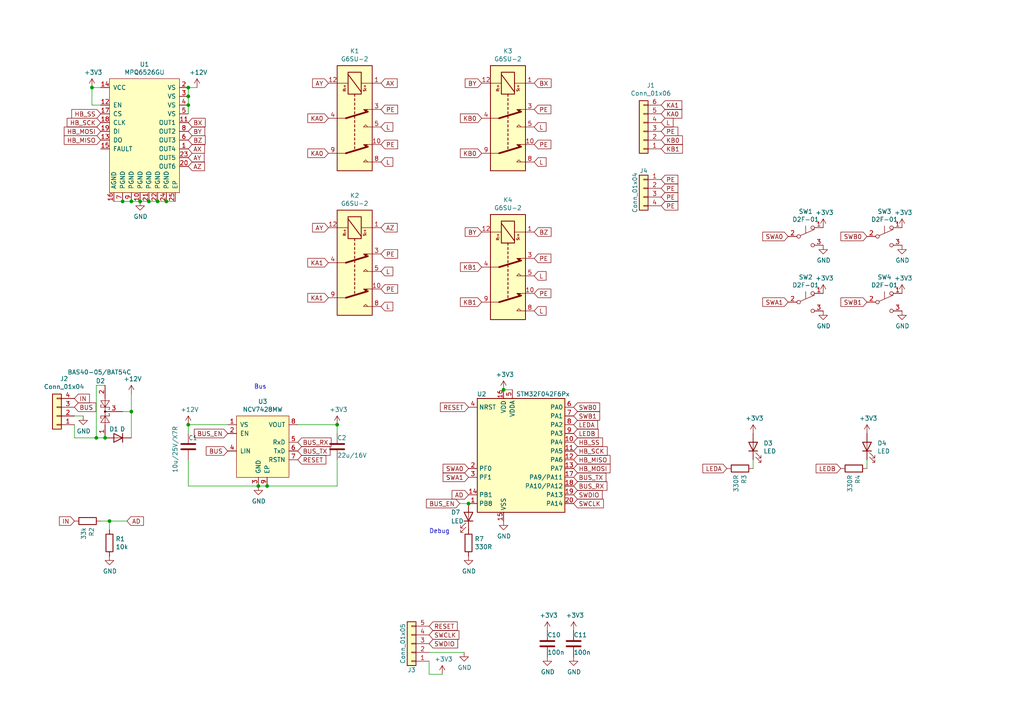
<source format=kicad_sch>
(kicad_sch (version 20211123) (generator eeschema)
  (paper "A4")
  (lib_symbols
    (symbol "Connector_Generic:Conn_01x04" (pin_names (offset 1.016) hide)
      (property "Reference" "J" (at 0 5.08 0))
      (property "Value" "Conn_01x04" (at 0 -7.62 0))
      (symbol "Conn_01x04_1_1"
        (rectangle (start -1.27 -4.953) (end 0 -5.207) (stroke (width 0.1524)))
        (rectangle (start -1.27 -2.413) (end 0 -2.667) (stroke (width 0.1524)))
        (rectangle (start -1.27 0.127) (end 0 -0.127) (stroke (width 0.1524)))
        (rectangle (start -1.27 2.667) (end 0 2.413) (stroke (width 0.1524)))
        (rectangle (start -1.27 3.81) (end 1.27 -6.35) (stroke (width 0.254)) (fill (type background)))
        (pin passive line (at -5.08 2.54 0) (length 3.81) (name "Pin_1") (number "1"))
        (pin passive line (at -5.08 0 0) (length 3.81) (name "Pin_2") (number "2"))
        (pin passive line (at -5.08 -2.54 0) (length 3.81) (name "Pin_3") (number "3"))
        (pin passive line (at -5.08 -5.08 0) (length 3.81) (name "Pin_4") (number "4"))
      )
    )
    (symbol "Connector_Generic:Conn_01x05" (pin_names (offset 1.016) hide)
      (property "Reference" "J" (at 0 7.62 0))
      (property "Value" "Conn_01x05" (at 0 -7.62 0))
      (symbol "Conn_01x05_1_1"
        (rectangle (start -1.27 -4.953) (end 0 -5.207) (stroke (width 0.1524)))
        (rectangle (start -1.27 -2.413) (end 0 -2.667) (stroke (width 0.1524)))
        (rectangle (start -1.27 0.127) (end 0 -0.127) (stroke (width 0.1524)))
        (rectangle (start -1.27 2.667) (end 0 2.413) (stroke (width 0.1524)))
        (rectangle (start -1.27 5.207) (end 0 4.953) (stroke (width 0.1524)))
        (rectangle (start -1.27 6.35) (end 1.27 -6.35) (stroke (width 0.254)) (fill (type background)))
        (pin passive line (at -5.08 5.08 0) (length 3.81) (name "Pin_1") (number "1"))
        (pin passive line (at -5.08 2.54 0) (length 3.81) (name "Pin_2") (number "2"))
        (pin passive line (at -5.08 0 0) (length 3.81) (name "Pin_3") (number "3"))
        (pin passive line (at -5.08 -2.54 0) (length 3.81) (name "Pin_4") (number "4"))
        (pin passive line (at -5.08 -5.08 0) (length 3.81) (name "Pin_5") (number "5"))
      )
    )
    (symbol "Connector_Generic:Conn_01x06" (pin_names (offset 1.016) hide)
      (property "Reference" "J" (at 0 7.62 0))
      (property "Value" "Conn_01x06" (at 0 -10.16 0))
      (symbol "Conn_01x06_1_1"
        (rectangle (start -1.27 -7.493) (end 0 -7.747) (stroke (width 0.1524)))
        (rectangle (start -1.27 -4.953) (end 0 -5.207) (stroke (width 0.1524)))
        (rectangle (start -1.27 -2.413) (end 0 -2.667) (stroke (width 0.1524)))
        (rectangle (start -1.27 0.127) (end 0 -0.127) (stroke (width 0.1524)))
        (rectangle (start -1.27 2.667) (end 0 2.413) (stroke (width 0.1524)))
        (rectangle (start -1.27 5.207) (end 0 4.953) (stroke (width 0.1524)))
        (rectangle (start -1.27 6.35) (end 1.27 -8.89) (stroke (width 0.254)) (fill (type background)))
        (pin passive line (at -5.08 5.08 0) (length 3.81) (name "Pin_1") (number "1"))
        (pin passive line (at -5.08 2.54 0) (length 3.81) (name "Pin_2") (number "2"))
        (pin passive line (at -5.08 0 0) (length 3.81) (name "Pin_3") (number "3"))
        (pin passive line (at -5.08 -2.54 0) (length 3.81) (name "Pin_4") (number "4"))
        (pin passive line (at -5.08 -5.08 0) (length 3.81) (name "Pin_5") (number "5"))
        (pin passive line (at -5.08 -7.62 0) (length 3.81) (name "Pin_6") (number "6"))
      )
    )
    (symbol "Device:C" (pin_numbers hide) (pin_names (offset 0.254))
      (property "Reference" "C" (at 0.635 2.54 0))
      (property "Value" "C" (at 0.635 -2.54 0))
      (symbol "C_0_1"
        (polyline (pts (xy -2.032 -0.762) (xy 2.032 -0.762)) (stroke (width 0.508)))
        (polyline (pts (xy -2.032 0.762) (xy 2.032 0.762)) (stroke (width 0.508)))
      )
      (symbol "C_1_1"
        (pin passive line (at 0 3.81 270) (length 2.794) (name "~") (number "1"))
        (pin passive line (at 0 -3.81 90) (length 2.794) (name "~") (number "2"))
      )
    )
    (symbol "Device:D" (pin_numbers hide) (pin_names (offset 1.016) hide)
      (property "Reference" "D" (at 0 2.54 0))
      (property "Value" "D" (at 0 -2.54 0))
      (symbol "D_0_1"
        (polyline (pts (xy -1.27 1.27) (xy -1.27 -1.27)) (stroke (width 0.254)))
        (polyline (pts (xy 1.27 0) (xy -1.27 0)))
        (polyline (pts (xy 1.27 1.27) (xy 1.27 -1.27) (xy -1.27 0) (xy 1.27 1.27)) (stroke (width 0.254)))
      )
      (symbol "D_1_1"
        (pin passive line (at -3.81 0 0) (length 2.54) (name "K") (number "1"))
        (pin passive line (at 3.81 0 180) (length 2.54) (name "A") (number "2"))
      )
    )
    (symbol "Device:LED" (pin_numbers hide) (pin_names (offset 1.016) hide)
      (property "Reference" "D" (at 0 2.54 0))
      (property "Value" "LED" (at 0 -2.54 0))
      (symbol "LED_0_1"
        (polyline (pts (xy -1.27 -1.27) (xy -1.27 1.27)) (stroke (width 0.254)))
        (polyline (pts (xy -1.27 0) (xy 1.27 0)))
        (polyline (pts (xy 1.27 -1.27) (xy 1.27 1.27) (xy -1.27 0) (xy 1.27 -1.27)) (stroke (width 0.254)))
        (polyline (pts (xy -3.048 -0.762) (xy -4.572 -2.286) (xy -3.81 -2.286) (xy -4.572 -2.286) (xy -4.572 -1.524)))
        (polyline (pts (xy -1.778 -0.762) (xy -3.302 -2.286) (xy -2.54 -2.286) (xy -3.302 -2.286) (xy -3.302 -1.524)))
      )
      (symbol "LED_1_1"
        (pin passive line (at -3.81 0 0) (length 2.54) (name "K") (number "1"))
        (pin passive line (at 3.81 0 180) (length 2.54) (name "A") (number "2"))
      )
    )
    (symbol "Device:R" (pin_numbers hide) (pin_names (offset 0))
      (property "Reference" "R" (at 2.032 0 90))
      (property "Value" "R" (at 0 0 90))
      (symbol "R_0_1"
        (rectangle (start -1.016 -2.54) (end 1.016 2.54) (stroke (width 0.254)))
      )
      (symbol "R_1_1"
        (pin passive line (at 0 3.81 270) (length 1.27) (name "~") (number "1"))
        (pin passive line (at 0 -3.81 90) (length 1.27) (name "~") (number "2"))
      )
    )
    (symbol "Diode:BAT54C" (pin_names (offset 1.016))
      (property "Reference" "D" (at 0.635 -3.81 0))
      (property "Value" "BAT54C" (at -6.35 3.175 0))
      (symbol "BAT54C_0_1"
        (polyline (pts (xy -1.905 0) (xy 1.905 0)))
        (polyline (pts (xy -1.905 1.27) (xy -1.905 1.016)))
        (polyline (pts (xy -1.27 -1.27) (xy -0.635 -1.27)))
        (polyline (pts (xy -1.27 0) (xy -3.81 0)))
        (polyline (pts (xy -1.27 1.27) (xy -1.905 1.27)))
        (polyline (pts (xy -1.27 1.27) (xy -1.27 -1.27)))
        (polyline (pts (xy -0.635 -1.27) (xy -0.635 -1.016)))
        (polyline (pts (xy 0.635 -1.27) (xy 0.635 -1.016)))
        (polyline (pts (xy 1.27 -1.27) (xy 0.635 -1.27)))
        (polyline (pts (xy 1.27 1.27) (xy 1.27 -1.27)))
        (polyline (pts (xy 1.27 1.27) (xy 1.905 1.27)))
        (polyline (pts (xy 1.905 1.27) (xy 1.905 1.016)))
        (polyline (pts (xy 3.81 0) (xy 1.27 0)))
        (polyline (pts (xy -3.175 -1.27) (xy -3.175 1.27) (xy -1.27 0) (xy -3.175 -1.27)))
        (polyline (pts (xy 3.175 -1.27) (xy 3.175 1.27) (xy 1.27 0) (xy 3.175 -1.27)))
        (circle (center 0 0) (radius 0.254) (fill (type outline)))
      )
      (symbol "BAT54C_1_1"
        (pin passive line (at -7.62 0 0) (length 3.81) (name "~") (number "1"))
        (pin passive line (at 7.62 0 180) (length 3.81) (name "~") (number "2"))
        (pin passive line (at 0 -5.08 90) (length 5.08) (name "~") (number "3"))
      )
    )
    (symbol "MCU_ST_STM32F0:STM32F042F6Px"
      (property "Reference" "U" (at -12.7 16.51 0))
      (property "Value" "STM32F042F6Px" (at 0 16.51 0))
      (symbol "STM32F042F6Px_0_1"
        (rectangle (start -12.7 -17.78) (end 12.7 15.24) (stroke (width 0.254)) (fill (type background)))
      )
      (symbol "STM32F042F6Px_1_1"
        (pin bidirectional line (at -15.24 -15.24 0) (length 2.54) (name "PB8") (number "1"))
        (pin bidirectional line (at 15.24 2.54 180) (length 2.54) (name "PA4") (number "10"))
        (pin bidirectional line (at 15.24 0 180) (length 2.54) (name "PA5") (number "11"))
        (pin bidirectional line (at 15.24 -2.54 180) (length 2.54) (name "PA6") (number "12"))
        (pin bidirectional line (at 15.24 -5.08 180) (length 2.54) (name "PA7") (number "13"))
        (pin bidirectional line (at -15.24 -12.7 0) (length 2.54) (name "PB1") (number "14"))
        (pin power_in line (at -5.08 -20.32 90) (length 2.54) (name "VSS") (number "15"))
        (pin power_in line (at -5.08 17.78 270) (length 2.54) (name "VDD") (number "16"))
        (pin bidirectional line (at 15.24 -7.62 180) (length 2.54) (name "PA9/PA11") (number "17"))
        (pin bidirectional line (at 15.24 -10.16 180) (length 2.54) (name "PA10/PA12") (number "18"))
        (pin bidirectional line (at 15.24 -12.7 180) (length 2.54) (name "PA13") (number "19"))
        (pin input line (at -15.24 -5.08 0) (length 2.54) (name "PF0") (number "2"))
        (pin bidirectional line (at 15.24 -15.24 180) (length 2.54) (name "PA14") (number "20"))
        (pin input line (at -15.24 -7.62 0) (length 2.54) (name "PF1") (number "3"))
        (pin input line (at -15.24 12.7 0) (length 2.54) (name "NRST") (number "4"))
        (pin power_in line (at -2.54 17.78 270) (length 2.54) (name "VDDA") (number "5"))
        (pin bidirectional line (at 15.24 12.7 180) (length 2.54) (name "PA0") (number "6"))
        (pin bidirectional line (at 15.24 10.16 180) (length 2.54) (name "PA1") (number "7"))
        (pin bidirectional line (at 15.24 7.62 180) (length 2.54) (name "PA2") (number "8"))
        (pin bidirectional line (at 15.24 5.08 180) (length 2.54) (name "PA3") (number "9"))
      )
    )
    (symbol "Relay:G6SU-2"
      (property "Reference" "K" (at 16.51 3.81 0))
      (property "Value" "G6SU-2" (at 16.51 1.27 0))
      (symbol "G6SU-2_0_0"
        (text "R:+" (at -8.763 -2.921 0) (effects (font (size 0.762 0.762))))
        (text "S:+" (at -8.763 2.921 0) (effects (font (size 0.762 0.762))))
      )
      (symbol "G6SU-2_0_1"
        (rectangle (start -15.24 5.08) (end 15.24 -5.08) (stroke (width 0.254)) (fill (type background)))
        (rectangle (start -13.335 1.905) (end -6.985 -1.905) (stroke (width 0.254)))
        (polyline (pts (xy -12.7 -1.905) (xy -7.62 1.905)) (stroke (width 0.254)))
        (polyline (pts (xy -10.16 -5.08) (xy -10.16 -1.905)))
        (polyline (pts (xy -10.16 5.08) (xy -10.16 1.905)))
        (polyline (pts (xy -6.985 0) (xy -6.35 0)) (stroke (width 0.254)))
        (polyline (pts (xy -5.715 0) (xy -5.08 0)) (stroke (width 0.254)))
        (polyline (pts (xy -4.445 0) (xy -3.81 0)) (stroke (width 0.254)))
        (polyline (pts (xy -3.175 0) (xy -2.54 0)) (stroke (width 0.254)))
        (polyline (pts (xy -1.905 0) (xy -1.27 0)) (stroke (width 0.254)))
        (polyline (pts (xy -0.635 0) (xy 0 0)) (stroke (width 0.254)))
        (polyline (pts (xy 0 -2.54) (xy -1.905 3.81)) (stroke (width 0.508)))
        (polyline (pts (xy 0 -2.54) (xy 0 -5.08)))
        (polyline (pts (xy 0.635 0) (xy 1.27 0)) (stroke (width 0.254)))
        (polyline (pts (xy 1.905 0) (xy 2.54 0)) (stroke (width 0.254)))
        (polyline (pts (xy 3.175 0) (xy 3.81 0)) (stroke (width 0.254)))
        (polyline (pts (xy 4.445 0) (xy 5.08 0)) (stroke (width 0.254)))
        (polyline (pts (xy 5.715 0) (xy 6.35 0)) (stroke (width 0.254)))
        (polyline (pts (xy 6.985 0) (xy 7.62 0)) (stroke (width 0.254)))
        (polyline (pts (xy 8.255 0) (xy 8.89 0)) (stroke (width 0.254)))
        (polyline (pts (xy 10.16 -2.54) (xy 8.255 3.81)) (stroke (width 0.508)))
        (polyline (pts (xy 10.16 -2.54) (xy 10.16 -5.08)))
        (polyline (pts (xy -2.54 5.08) (xy -2.54 2.54) (xy -1.905 3.175) (xy -2.54 3.81)) (fill (type outline)))
        (polyline (pts (xy 2.54 5.08) (xy 2.54 2.54) (xy 1.905 3.175) (xy 2.54 3.81)))
        (polyline (pts (xy 7.62 5.08) (xy 7.62 2.54) (xy 8.255 3.175) (xy 7.62 3.81)) (fill (type outline)))
        (polyline (pts (xy 12.7 5.08) (xy 12.7 2.54) (xy 12.065 3.175) (xy 12.7 3.81)))
      )
      (symbol "G6SU-2_1_1"
        (pin passive line (at -10.16 7.62 270) (length 2.54) (name "~") (number "1"))
        (pin passive line (at 7.62 7.62 270) (length 2.54) (name "~") (number "10"))
        (pin passive line (at -10.16 -7.62 90) (length 2.54) (name "~") (number "12"))
        (pin passive line (at -2.54 7.62 270) (length 2.54) (name "~") (number "3"))
        (pin passive line (at 0 -7.62 90) (length 2.54) (name "~") (number "4"))
        (pin passive line (at 2.54 7.62 270) (length 2.54) (name "~") (number "5"))
        (pin passive line (at 12.7 7.62 270) (length 2.54) (name "~") (number "8"))
        (pin passive line (at 10.16 -7.62 90) (length 2.54) (name "~") (number "9"))
      )
    )
    (symbol "RoomControl:MPQ6526" (pin_names (offset 1.016))
      (property "Reference" "U" (at -8.89 19.05 0))
      (property "Value" "MPQ6526" (at 5.08 19.05 0))
      (symbol "MPQ6526_0_1"
        (rectangle (start -10.16 17.78) (end 10.16 -15.24) (fill (type background)))
      )
      (symbol "MPQ6526_1_1"
        (pin output line (at 12.7 -2.54 180) (length 2.54) (name "OUT4") (number "1"))
        (pin power_in line (at -1.27 -17.78 90) (length 2.54) (name "PGND") (number "10"))
        (pin output line (at 12.7 5.08 180) (length 2.54) (name "OUT1") (number "11"))
        (pin input line (at -12.7 10.16 0) (length 2.54) (name "EN") (number "12"))
        (pin output line (at -12.7 0 0) (length 2.54) (name "DO") (number "13"))
        (pin power_in line (at -12.7 15.24 0) (length 2.54) (name "VCC") (number "14"))
        (pin open_collector line (at -12.7 -2.54 0) (length 2.54) (name "FAULT") (number "15"))
        (pin power_in line (at -8.89 -17.78 90) (length 2.54) (name "AGND") (number "16"))
        (pin input line (at -12.7 7.62 0) (length 2.54) (name "CS") (number "17"))
        (pin input line (at -12.7 5.08 0) (length 2.54) (name "CLK") (number "18"))
        (pin input line (at -12.7 2.54 0) (length 2.54) (name "DI") (number "19"))
        (pin power_in line (at 12.7 15.24 180) (length 2.54) (name "VS") (number "2"))
        (pin output line (at 12.7 -7.62 180) (length 2.54) (name "OUT6") (number "20"))
        (pin power_in line (at 1.27 -17.78 90) (length 2.54) (name "PGND") (number "21"))
        (pin power_in line (at 3.81 -17.78 90) (length 2.54) (name "PGND") (number "22"))
        (pin output line (at 12.7 -5.08 180) (length 2.54) (name "OUT5") (number "23"))
        (pin power_in line (at 6.35 -17.78 90) (length 2.54) (name "PGND") (number "24"))
        (pin free line (at 8.89 -17.78 90) (length 2.54) (name "EP") (number "25"))
        (pin power_in line (at 12.7 12.7 180) (length 2.54) (name "VS") (number "3"))
        (pin power_in line (at 12.7 10.16 180) (length 2.54) (name "VS") (number "4"))
        (pin power_in line (at 12.7 7.62 180) (length 2.54) (name "VS") (number "5"))
        (pin output line (at 12.7 0 180) (length 2.54) (name "OUT3") (number "6"))
        (pin power_in line (at -6.35 -17.78 90) (length 2.54) (name "PGND") (number "7"))
        (pin output line (at 12.7 2.54 180) (length 2.54) (name "OUT2") (number "8"))
        (pin power_in line (at -3.81 -17.78 90) (length 2.54) (name "PGND") (number "9"))
      )
    )
    (symbol "RoomControl:NCV7428MW" (pin_names (offset 1.016))
      (property "Reference" "U" (at -6.35 11.43 0))
      (property "Value" "NCV7428MW" (at 3.81 11.43 0))
      (symbol "NCV7428MW_0_1"
        (rectangle (start -7.62 10.16) (end 7.62 -7.62) (fill (type background)))
      )
      (symbol "NCV7428MW_1_1"
        (pin power_in line (at -10.16 7.62 0) (length 2.54) (name "VS") (number "1"))
        (pin input line (at -10.16 5.08 0) (length 2.54) (name "EN") (number "2"))
        (pin power_in line (at -1.27 -10.16 90) (length 2.54) (name "GND") (number "3"))
        (pin bidirectional line (at -10.16 0 0) (length 2.54) (name "LIN") (number "4"))
        (pin output line (at 10.16 2.54 180) (length 2.54) (name "RxD") (number "5"))
        (pin input line (at 10.16 0 180) (length 2.54) (name "TxD") (number "6"))
        (pin open_collector line (at 10.16 -2.54 180) (length 2.54) (name "RSTN") (number "7"))
        (pin power_in line (at 10.16 7.62 180) (length 2.54) (name "VOUT") (number "8"))
        (pin free line (at 1.27 -10.16 90) (length 2.54) (name "EP") (number "9"))
      )
    )
    (symbol "Switch:SW_Push_SPDT" (pin_names (offset 0) hide)
      (property "Reference" "SW" (at 0 4.318 0))
      (property "Value" "SW_Push_SPDT" (at 0 -5.08 0))
      (symbol "SW_Push_SPDT_0_0"
        (circle (center -2.032 0) (radius 0.508))
        (polyline (pts (xy 0 1.016) (xy 0 3.048)))
        (circle (center 2.032 -2.54) (radius 0.508))
      )
      (symbol "SW_Push_SPDT_0_1"
        (polyline (pts (xy -1.524 0.254) (xy 2.54 2.032)))
        (circle (center 2.032 2.54) (radius 0.508))
      )
      (symbol "SW_Push_SPDT_1_1"
        (pin passive line (at 5.08 2.54 180) (length 2.54) (name "A") (number "1"))
        (pin passive line (at -5.08 0 0) (length 2.54) (name "B") (number "2"))
        (pin passive line (at 5.08 -2.54 180) (length 2.54) (name "C") (number "3"))
      )
    )
    (symbol "power:+12V" (power) (pin_names (offset 0))
      (property "Value" "+12V" (at 0 3.556 0))
      (symbol "+12V_0_1"
        (polyline (pts (xy -0.762 1.27) (xy 0 2.54)))
        (polyline (pts (xy 0 0) (xy 0 2.54)))
        (polyline (pts (xy 0 2.54) (xy 0.762 1.27)))
      )
      (symbol "+12V_1_1"
        (pin power_in line (at 0 0 90) (length 0) hide (name "+12V") (number "1"))
      )
    )
    (symbol "power:+3V3" (power) (pin_names (offset 0))
      (property "Value" "+3V3" (at 0 3.556 0))
      (symbol "+3V3_0_1"
        (polyline (pts (xy -0.762 1.27) (xy 0 2.54)))
        (polyline (pts (xy 0 0) (xy 0 2.54)))
        (polyline (pts (xy 0 2.54) (xy 0.762 1.27)))
      )
      (symbol "+3V3_1_1"
        (pin power_in line (at 0 0 90) (length 0) hide (name "+3V3") (number "1"))
      )
    )
    (symbol "power:GND" (power) (pin_names (offset 0))
      (property "Value" "GND" (at 0 -3.81 0))
      (symbol "GND_0_1"
        (polyline (pts (xy 0 0) (xy 0 -1.27) (xy 1.27 -1.27) (xy 0 -2.54) (xy -1.27 -1.27) (xy 0 -1.27)))
      )
      (symbol "GND_1_1"
        (pin power_in line (at 0 0 270) (length 0) hide (name "GND") (number "1"))
      )
    )
  )
  (junction (at 74.93 140.97))
  (junction (at 26.67 25.4))
  (junction (at 30.48 127))
  (junction (at 54.61 30.48))
  (junction (at 38.1 119.38))
  (junction (at 54.61 25.4))
  (junction (at 35.56 58.42))
  (junction (at 135.89 146.05))
  (junction (at 97.79 123.19))
  (junction (at 31.75 151.13))
  (junction (at 54.61 27.94))
  (junction (at 38.1 58.42))
  (junction (at 43.18 58.42))
  (junction (at 40.64 58.42))
  (junction (at 48.26 58.42))
  (junction (at 27.94 127))
  (junction (at 146.05 113.03))
  (junction (at 45.72 58.42))
  (junction (at 77.47 140.97))
  (junction (at 54.61 123.19))
  (wire (pts (xy 26.67 30.48) (xy 26.67 25.4)))
  (wire (pts (xy 97.79 125.73) (xy 97.79 123.19)))
  (wire (pts (xy 35.56 119.38) (xy 38.1 119.38)))
  (wire (pts (xy 27.94 127) (xy 30.48 127)))
  (wire (pts (xy 74.93 140.97) (xy 54.61 140.97)))
  (wire (pts (xy 38.1 119.38) (xy 38.1 127)))
  (wire (pts (xy 31.75 151.13) (xy 36.83 151.13)))
  (wire (pts (xy 124.46 191.77) (xy 124.46 195.58)))
  (wire (pts (xy 38.1 114.3) (xy 38.1 119.38)))
  (wire (pts (xy 21.59 120.65) (xy 24.13 120.65)))
  (wire (pts (xy 38.1 58.42) (xy 40.64 58.42)))
  (wire (pts (xy 133.35 146.05) (xy 135.89 146.05)))
  (wire (pts (xy 74.93 140.97) (xy 77.47 140.97)))
  (wire (pts (xy 218.44 133.35) (xy 218.44 135.89)))
  (wire (pts (xy 29.21 151.13) (xy 31.75 151.13)))
  (wire (pts (xy 124.46 189.23) (xy 134.62 189.23)))
  (wire (pts (xy 54.61 27.94) (xy 54.61 25.4)))
  (wire (pts (xy 86.36 123.19) (xy 97.79 123.19)))
  (wire (pts (xy 29.21 30.48) (xy 26.67 30.48)))
  (wire (pts (xy 54.61 30.48) (xy 54.61 27.94)))
  (wire (pts (xy 54.61 140.97) (xy 54.61 133.35)))
  (wire (pts (xy 148.59 113.03) (xy 146.05 113.03)))
  (wire (pts (xy 43.18 58.42) (xy 45.72 58.42)))
  (wire (pts (xy 33.02 58.42) (xy 35.56 58.42)))
  (wire (pts (xy 31.75 153.67) (xy 31.75 151.13)))
  (wire (pts (xy 97.79 133.35) (xy 97.79 140.97)))
  (wire (pts (xy 54.61 125.73) (xy 54.61 123.19)))
  (wire (pts (xy 45.72 58.42) (xy 48.26 58.42)))
  (wire (pts (xy 26.67 25.4) (xy 29.21 25.4)))
  (wire (pts (xy 124.46 195.58) (xy 128.27 195.58)))
  (wire (pts (xy 48.26 58.42) (xy 50.8 58.42)))
  (wire (pts (xy 77.47 140.97) (xy 97.79 140.97)))
  (wire (pts (xy 40.64 58.42) (xy 43.18 58.42)))
  (wire (pts (xy 27.94 127) (xy 27.94 111.76)))
  (wire (pts (xy 21.59 127) (xy 27.94 127)))
  (wire (pts (xy 54.61 25.4) (xy 57.15 25.4)))
  (wire (pts (xy 27.94 111.76) (xy 30.48 111.76)))
  (wire (pts (xy 35.56 58.42) (xy 38.1 58.42)))
  (wire (pts (xy 54.61 33.02) (xy 54.61 30.48)))
  (wire (pts (xy 54.61 123.19) (xy 66.04 123.19)))
  (wire (pts (xy 251.46 133.35) (xy 251.46 135.89)))
  (wire (pts (xy 21.59 127) (xy 21.59 123.19)))
  (text "Debug" (at 124.46 154.94 0) (effects (font (size 1.27 1.27)) (justify left bottom)))
  (text "Bus" (at 73.66 113.03 0) (effects (font (size 1.27 1.27)) (justify left bottom)))
  (global_label "KB1" (shape input) (at 139.7 87.63 180) (property "Intersheet References" "${INTERSHEET_REFS}" (effects hide)))
  (global_label "KA1" (shape input) (at 95.25 86.36 180) (property "Intersheet References" "${INTERSHEET_REFS}" (effects hide)))
  (global_label "L" (shape input) (at 154.94 36.83 0) (property "Intersheet References" "${INTERSHEET_REFS}" (effects hide)))
  (global_label "HB_MISO" (shape input) (at 29.21 40.64 180) (property "Intersheet References" "${INTERSHEET_REFS}" (effects hide)))
  (global_label "BY" (shape input) (at 139.7 24.13 180) (property "Intersheet References" "${INTERSHEET_REFS}" (effects hide)))
  (global_label "SWA0" (shape input) (at 135.89 135.89 180) (property "Intersheet References" "${INTERSHEET_REFS}" (effects hide)))
  (global_label "LEDB" (shape input) (at 243.84 135.89 180) (property "Intersheet References" "${INTERSHEET_REFS}" (effects hide)))
  (global_label "SWB0" (shape input) (at 166.37 118.11 0) (property "Intersheet References" "${INTERSHEET_REFS}" (effects hide)))
  (global_label "SWDIO" (shape input) (at 166.37 143.51 0) (property "Intersheet References" "${INTERSHEET_REFS}" (effects hide)))
  (global_label "KA0" (shape input) (at 191.77 33.02 0) (property "Intersheet References" "${INTERSHEET_REFS}" (effects hide)))
  (global_label "AZ" (shape input) (at 110.49 66.04 0) (property "Intersheet References" "${INTERSHEET_REFS}" (effects hide)))
  (global_label "PE" (shape input) (at 191.77 38.1 0) (property "Intersheet References" "${INTERSHEET_REFS}" (effects hide)))
  (global_label "PE" (shape input) (at 110.49 73.66 0) (property "Intersheet References" "${INTERSHEET_REFS}" (effects hide)))
  (global_label "PE" (shape input) (at 154.94 31.75 0) (property "Intersheet References" "${INTERSHEET_REFS}" (effects hide)))
  (global_label "LEDB" (shape input) (at 166.37 125.73 0) (property "Intersheet References" "${INTERSHEET_REFS}" (effects hide)))
  (global_label "PE" (shape input) (at 110.49 31.75 0) (property "Intersheet References" "${INTERSHEET_REFS}" (effects hide)))
  (global_label "KA0" (shape input) (at 95.25 44.45 180) (property "Intersheet References" "${INTERSHEET_REFS}" (effects hide)))
  (global_label "BY" (shape input) (at 54.61 38.1 0) (property "Intersheet References" "${INTERSHEET_REFS}" (effects hide)))
  (global_label "HB_SS" (shape input) (at 166.37 128.27 0) (property "Intersheet References" "${INTERSHEET_REFS}" (effects hide)))
  (global_label "L" (shape input) (at 110.49 36.83 0) (property "Intersheet References" "${INTERSHEET_REFS}" (effects hide)))
  (global_label "IN" (shape input) (at 21.59 151.13 180) (property "Intersheet References" "${INTERSHEET_REFS}" (effects hide)))
  (global_label "BZ" (shape input) (at 154.94 67.31 0) (property "Intersheet References" "${INTERSHEET_REFS}" (effects hide)))
  (global_label "AX" (shape input) (at 54.61 43.18 0) (property "Intersheet References" "${INTERSHEET_REFS}" (effects hide)))
  (global_label "BX" (shape input) (at 154.94 24.13 0) (property "Intersheet References" "${INTERSHEET_REFS}" (effects hide)))
  (global_label "L" (shape input) (at 154.94 46.99 0) (property "Intersheet References" "${INTERSHEET_REFS}" (effects hide)))
  (global_label "LEDA" (shape input) (at 166.37 123.19 0) (property "Intersheet References" "${INTERSHEET_REFS}" (effects hide)))
  (global_label "SWB1" (shape input) (at 251.46 87.63 180) (property "Intersheet References" "${INTERSHEET_REFS}" (effects hide)))
  (global_label "SWA0" (shape input) (at 228.6 68.58 180) (property "Intersheet References" "${INTERSHEET_REFS}" (effects hide)))
  (global_label "SWCLK" (shape input) (at 124.46 184.15 0) (property "Intersheet References" "${INTERSHEET_REFS}" (effects hide)))
  (global_label "KA1" (shape input) (at 191.77 30.48 0) (property "Intersheet References" "${INTERSHEET_REFS}" (effects hide)))
  (global_label "RESET" (shape input) (at 86.36 133.35 0) (property "Intersheet References" "${INTERSHEET_REFS}" (effects hide)))
  (global_label "IN" (shape input) (at 21.59 115.57 0) (property "Intersheet References" "${INTERSHEET_REFS}" (effects hide)))
  (global_label "SWDIO" (shape input) (at 124.46 186.69 0) (property "Intersheet References" "${INTERSHEET_REFS}" (effects hide)))
  (global_label "PE" (shape input) (at 191.77 52.07 0) (property "Intersheet References" "${INTERSHEET_REFS}" (effects hide)))
  (global_label "HB_SCK" (shape input) (at 166.37 130.81 0) (property "Intersheet References" "${INTERSHEET_REFS}" (effects hide)))
  (global_label "HB_MOSI" (shape input) (at 29.21 38.1 180) (property "Intersheet References" "${INTERSHEET_REFS}" (effects hide)))
  (global_label "HB_SCK" (shape input) (at 29.21 35.56 180) (property "Intersheet References" "${INTERSHEET_REFS}" (effects hide)))
  (global_label "L" (shape input) (at 110.49 46.99 0) (property "Intersheet References" "${INTERSHEET_REFS}" (effects hide)))
  (global_label "KB0" (shape input) (at 139.7 34.29 180) (property "Intersheet References" "${INTERSHEET_REFS}" (effects hide)))
  (global_label "RESET" (shape input) (at 124.46 181.61 0) (property "Intersheet References" "${INTERSHEET_REFS}" (effects hide)))
  (global_label "KA1" (shape input) (at 95.25 76.2 180) (property "Intersheet References" "${INTERSHEET_REFS}" (effects hide)))
  (global_label "AY" (shape input) (at 95.25 24.13 180) (property "Intersheet References" "${INTERSHEET_REFS}" (effects hide)))
  (global_label "LEDA" (shape input) (at 210.82 135.89 180) (property "Intersheet References" "${INTERSHEET_REFS}" (effects hide)))
  (global_label "SWA1" (shape input) (at 135.89 138.43 180) (property "Intersheet References" "${INTERSHEET_REFS}" (effects hide)))
  (global_label "SWCLK" (shape input) (at 166.37 146.05 0) (property "Intersheet References" "${INTERSHEET_REFS}" (effects hide)))
  (global_label "AZ" (shape input) (at 54.61 48.26 0) (property "Intersheet References" "${INTERSHEET_REFS}" (effects hide)))
  (global_label "HB_MISO" (shape input) (at 166.37 133.35 0) (property "Intersheet References" "${INTERSHEET_REFS}" (effects hide)))
  (global_label "PE" (shape input) (at 154.94 74.93 0) (property "Intersheet References" "${INTERSHEET_REFS}" (effects hide)))
  (global_label "SWB1" (shape input) (at 166.37 120.65 0) (property "Intersheet References" "${INTERSHEET_REFS}" (effects hide)))
  (global_label "HB_MOSI" (shape input) (at 166.37 135.89 0) (property "Intersheet References" "${INTERSHEET_REFS}" (effects hide)))
  (global_label "KB0" (shape input) (at 191.77 40.64 0) (property "Intersheet References" "${INTERSHEET_REFS}" (effects hide)))
  (global_label "SWA1" (shape input) (at 228.6 87.63 180) (property "Intersheet References" "${INTERSHEET_REFS}" (effects hide)))
  (global_label "L" (shape input) (at 110.49 88.9 0) (property "Intersheet References" "${INTERSHEET_REFS}" (effects hide)))
  (global_label "PE" (shape input) (at 154.94 85.09 0) (property "Intersheet References" "${INTERSHEET_REFS}" (effects hide)))
  (global_label "L" (shape input) (at 110.49 78.74 0) (property "Intersheet References" "${INTERSHEET_REFS}" (effects hide)))
  (global_label "KB1" (shape input) (at 139.7 77.47 180) (property "Intersheet References" "${INTERSHEET_REFS}" (effects hide)))
  (global_label "BUS_TX" (shape input) (at 166.37 138.43 0) (property "Intersheet References" "${INTERSHEET_REFS}" (effects hide)))
  (global_label "BUS_EN" (shape input) (at 66.04 125.73 180) (property "Intersheet References" "${INTERSHEET_REFS}" (effects hide)))
  (global_label "PE" (shape input) (at 191.77 54.61 0) (property "Intersheet References" "${INTERSHEET_REFS}" (effects hide)))
  (global_label "KA0" (shape input) (at 95.25 34.29 180) (property "Intersheet References" "${INTERSHEET_REFS}" (effects hide)))
  (global_label "HB_SS" (shape input) (at 29.21 33.02 180) (property "Intersheet References" "${INTERSHEET_REFS}" (effects hide)))
  (global_label "PE" (shape input) (at 191.77 57.15 0) (property "Intersheet References" "${INTERSHEET_REFS}" (effects hide)))
  (global_label "AD" (shape input) (at 135.89 143.51 180) (property "Intersheet References" "${INTERSHEET_REFS}" (effects hide)))
  (global_label "SWB0" (shape input) (at 251.46 68.58 180) (property "Intersheet References" "${INTERSHEET_REFS}" (effects hide)))
  (global_label "AD" (shape input) (at 36.83 151.13 0) (property "Intersheet References" "${INTERSHEET_REFS}" (effects hide)))
  (global_label "BX" (shape input) (at 54.61 35.56 0) (property "Intersheet References" "${INTERSHEET_REFS}" (effects hide)))
  (global_label "L" (shape input) (at 154.94 80.01 0) (property "Intersheet References" "${INTERSHEET_REFS}" (effects hide)))
  (global_label "AY" (shape input) (at 95.25 66.04 180) (property "Intersheet References" "${INTERSHEET_REFS}" (effects hide)))
  (global_label "BUS" (shape input) (at 66.04 130.81 180) (property "Intersheet References" "${INTERSHEET_REFS}" (effects hide)))
  (global_label "KB0" (shape input) (at 139.7 44.45 180) (property "Intersheet References" "${INTERSHEET_REFS}" (effects hide)))
  (global_label "PE" (shape input) (at 191.77 59.69 0) (property "Intersheet References" "${INTERSHEET_REFS}" (effects hide)))
  (global_label "RESET" (shape input) (at 135.89 118.11 180) (property "Intersheet References" "${INTERSHEET_REFS}" (effects hide)))
  (global_label "AY" (shape input) (at 54.61 45.72 0) (property "Intersheet References" "${INTERSHEET_REFS}" (effects hide)))
  (global_label "PE" (shape input) (at 154.94 41.91 0) (property "Intersheet References" "${INTERSHEET_REFS}" (effects hide)))
  (global_label "AX" (shape input) (at 110.49 24.13 0) (property "Intersheet References" "${INTERSHEET_REFS}" (effects hide)))
  (global_label "BY" (shape input) (at 139.7 67.31 180) (property "Intersheet References" "${INTERSHEET_REFS}" (effects hide)))
  (global_label "L" (shape input) (at 154.94 90.17 0) (property "Intersheet References" "${INTERSHEET_REFS}" (effects hide)))
  (global_label "BUS_TX" (shape input) (at 86.36 130.81 0) (property "Intersheet References" "${INTERSHEET_REFS}" (effects hide)))
  (global_label "KB1" (shape input) (at 191.77 43.18 0) (property "Intersheet References" "${INTERSHEET_REFS}" (effects hide)))
  (global_label "PE" (shape input) (at 110.49 83.82 0) (property "Intersheet References" "${INTERSHEET_REFS}" (effects hide)))
  (global_label "BUS_RX" (shape input) (at 166.37 140.97 0) (property "Intersheet References" "${INTERSHEET_REFS}" (effects hide)))
  (global_label "BUS" (shape input) (at 21.59 118.11 0) (property "Intersheet References" "${INTERSHEET_REFS}" (effects hide)))
  (global_label "PE" (shape input) (at 110.49 41.91 0) (property "Intersheet References" "${INTERSHEET_REFS}" (effects hide)))
  (global_label "BUS_RX" (shape input) (at 86.36 128.27 0) (property "Intersheet References" "${INTERSHEET_REFS}" (effects hide)))
  (global_label "BZ" (shape input) (at 54.61 40.64 0) (property "Intersheet References" "${INTERSHEET_REFS}" (effects hide)))
  (global_label "L" (shape input) (at 191.77 35.56 0) (property "Intersheet References" "${INTERSHEET_REFS}" (effects hide)))
  (global_label "BUS_EN" (shape input) (at 133.35 146.05 180) (property "Intersheet References" "${INTERSHEET_REFS}" (effects hide)))
  (symbol (lib_id "MCU_ST_STM32F0:STM32F042F6Px") (at 151.13 130.81 0) (unit 1)
    (property "Reference" "U2" (at 139.7 114.3 0))
    (property "Value" "STM32F042F6Px" (at 157.48 114.3 0))
    (property "Footprint" "RoomControl:STM32F042F6" (effects hide))
    (property "Datasheet" "http://www.st.com/st-web-ui/static/active/en/resource/technical/document/datasheet/DM00105814.pdf" (effects hide))
  )
  (symbol (lib_id "Switch:SW_Push_SPDT") (at 256.54 87.63 0) (unit 1)
    (property "Reference" "SW4" (at 256.54 80.391 0))
    (property "Value" "D2F-01" (at 256.54 82.7024 0))
    (property "Footprint" "RoomControl:D2F-01" (effects hide))
  )
  (symbol (lib_id "Switch:SW_Push_SPDT") (at 256.54 68.58 0) (unit 1)
    (property "Reference" "SW3" (at 256.54 61.341 0))
    (property "Value" "D2F-01" (at 256.54 63.6524 0))
    (property "Footprint" "RoomControl:D2F-01" (effects hide))
  )
  (symbol (lib_id "Switch:SW_Push_SPDT") (at 233.68 87.63 0) (unit 1)
    (property "Reference" "SW2" (at 233.68 80.391 0))
    (property "Value" "D2F-01" (at 233.68 82.7024 0))
    (property "Footprint" "RoomControl:D2F-01" (effects hide))
  )
  (symbol (lib_id "Switch:SW_Push_SPDT") (at 233.68 68.58 0) (unit 1)
    (property "Reference" "SW1" (at 233.68 61.341 0))
    (property "Value" "D2F-01" (at 233.68 63.6524 0))
    (property "Footprint" "RoomControl:D2F-01" (effects hide))
  )
  (symbol (lib_id "Relay:G6SU-2") (at 147.32 34.29 270) (unit 1)
    (property "Reference" "K3" (at 147.32 14.8082 90))
    (property "Value" "G6SU-2" (at 147.32 17.1196 90))
    (property "Footprint" "RoomControl:G6SU-2" (effects hide))
    (property "Datasheet" "http://omronfs.omron.com/en_US/ecb/products/pdf/en-g6s.pdf" (effects hide))
  )
  (symbol (lib_id "Relay:G6SU-2") (at 147.32 77.47 270) (unit 1)
    (property "Reference" "K4" (at 147.32 57.9882 90))
    (property "Value" "G6SU-2" (at 147.32 60.2996 90))
    (property "Footprint" "RoomControl:G6SU-2" (effects hide))
    (property "Datasheet" "http://omronfs.omron.com/en_US/ecb/products/pdf/en-g6s.pdf" (effects hide))
  )
  (symbol (lib_id "Relay:G6SU-2") (at 102.87 34.29 270) (unit 1)
    (property "Reference" "K1" (at 102.87 14.8082 90))
    (property "Value" "G6SU-2" (at 102.87 17.1196 90))
    (property "Footprint" "RoomControl:G6SU-2" (effects hide))
    (property "Datasheet" "http://omronfs.omron.com/en_US/ecb/products/pdf/en-g6s.pdf" (effects hide))
  )
  (symbol (lib_id "Relay:G6SU-2") (at 102.87 76.2 270) (unit 1)
    (property "Reference" "K2" (at 102.87 56.7182 90))
    (property "Value" "G6SU-2" (at 102.87 59.0296 90))
    (property "Footprint" "RoomControl:G6SU-2" (effects hide))
    (property "Datasheet" "http://omronfs.omron.com/en_US/ecb/products/pdf/en-g6s.pdf" (effects hide))
  )
  (symbol (lib_id "power:GND") (at 40.64 58.42 0) (unit 1)
    (property "Reference" "#PWR0101" (effects hide))
    (property "Value" "GND" (at 40.767 62.8142 0))
  )
  (symbol (lib_id "power:GND") (at 74.93 140.97 0) (unit 1)
    (property "Reference" "#PWR0102" (effects hide))
    (property "Value" "GND" (at 75.057 145.3642 0))
  )
  (symbol (lib_id "power:GND") (at 146.05 151.13 0) (unit 1)
    (property "Reference" "#PWR0103" (effects hide))
    (property "Value" "GND" (at 146.177 155.5242 0))
  )
  (symbol (lib_id "power:+3V3") (at 146.05 113.03 0) (unit 1)
    (property "Reference" "#PWR0106" (effects hide))
    (property "Value" "+3V3" (at 146.431 108.6358 0))
  )
  (symbol (lib_id "power:+3V3") (at 26.67 25.4 0) (unit 1)
    (property "Reference" "#PWR0107" (effects hide))
    (property "Value" "+3V3" (at 27.051 21.0058 0))
  )
  (symbol (lib_id "power:+12V") (at 57.15 25.4 0) (unit 1)
    (property "Reference" "#PWR0108" (effects hide))
    (property "Value" "+12V" (at 57.531 21.0058 0))
  )
  (symbol (lib_id "power:GND") (at 238.76 71.12 0) (unit 1)
    (property "Reference" "#PWR0111" (effects hide))
    (property "Value" "GND" (at 238.887 75.5142 0))
  )
  (symbol (lib_id "power:GND") (at 238.76 90.17 0) (unit 1)
    (property "Reference" "#PWR0112" (effects hide))
    (property "Value" "GND" (at 238.887 94.5642 0))
  )
  (symbol (lib_id "power:GND") (at 261.62 71.12 0) (unit 1)
    (property "Reference" "#PWR0113" (effects hide))
    (property "Value" "GND" (at 261.747 75.5142 0))
  )
  (symbol (lib_id "power:GND") (at 261.62 90.17 0) (unit 1)
    (property "Reference" "#PWR0114" (effects hide))
    (property "Value" "GND" (at 261.747 94.5642 0))
  )
  (symbol (lib_id "power:+3V3") (at 238.76 66.04 0) (unit 1)
    (property "Reference" "#PWR0115" (effects hide))
    (property "Value" "+3V3" (at 239.141 61.6458 0))
  )
  (symbol (lib_id "power:+3V3") (at 238.76 85.09 0) (unit 1)
    (property "Reference" "#PWR0116" (effects hide))
    (property "Value" "+3V3" (at 239.141 80.6958 0))
  )
  (symbol (lib_id "power:+3V3") (at 261.62 66.04 0) (unit 1)
    (property "Reference" "#PWR0117" (effects hide))
    (property "Value" "+3V3" (at 262.001 61.6458 0))
  )
  (symbol (lib_id "power:+3V3") (at 261.62 85.09 0) (unit 1)
    (property "Reference" "#PWR0118" (effects hide))
    (property "Value" "+3V3" (at 262.001 80.6958 0))
  )
  (symbol (lib_id "power:GND") (at 24.13 120.65 0) (unit 1)
    (property "Reference" "#PWR0120" (effects hide))
    (property "Value" "GND" (at 24.257 125.0442 0))
  )
  (symbol (lib_id "power:+12V") (at 38.1 114.3 0) (unit 1)
    (property "Reference" "#PWR0121" (effects hide))
    (property "Value" "+12V" (at 38.481 109.9058 0))
  )
  (symbol (lib_id "Device:C") (at 158.75 186.69 0) (unit 1)
    (property "Reference" "C10" (at 158.75 184.15 0) (effects (justify left)))
    (property "Value" "100n" (at 158.75 189.23 0) (effects (justify left)))
    (property "Footprint" "Capacitor_SMD:C_0603_1608Metric" (effects hide))
  )
  (symbol (lib_id "Device:C") (at 166.37 186.69 0) (unit 1)
    (property "Reference" "C11" (at 166.37 184.15 0) (effects (justify left)))
    (property "Value" "100n" (at 166.37 189.23 0) (effects (justify left)))
    (property "Footprint" "Capacitor_SMD:C_0603_1608Metric" (effects hide))
  )
  (symbol (lib_id "power:GND") (at 158.75 190.5 0) (unit 1)
    (property "Reference" "#PWR0123" (effects hide))
    (property "Value" "GND" (at 158.877 194.8942 0))
  )
  (symbol (lib_id "power:GND") (at 166.37 190.5 0) (unit 1)
    (property "Reference" "#PWR0124" (effects hide))
    (property "Value" "GND" (at 166.497 194.8942 0))
  )
  (symbol (lib_id "power:+3V3") (at 158.75 182.88 0) (unit 1)
    (property "Reference" "#PWR0126" (effects hide))
    (property "Value" "+3V3" (at 159.131 178.4858 0))
  )
  (symbol (lib_id "power:+3V3") (at 166.37 182.88 0) (unit 1)
    (property "Reference" "#PWR0127" (effects hide))
    (property "Value" "+3V3" (at 166.751 178.4858 0))
  )
  (symbol (lib_id "power:GND") (at 134.62 189.23 0) (unit 1)
    (property "Reference" "#PWR0129" (effects hide))
    (property "Value" "GND" (at 134.747 193.6242 0))
  )
  (symbol (lib_id "power:+3V3") (at 128.27 195.58 0) (unit 1)
    (property "Reference" "#PWR0130" (effects hide))
    (property "Value" "+3V3" (at 128.651 191.1858 0))
  )
  (symbol (lib_id "power:+12V") (at 54.61 123.19 0) (unit 1)
    (property "Reference" "#PWR0104" (effects hide))
    (property "Value" "+12V" (at 54.991 118.7958 0))
  )
  (symbol (lib_id "power:+3V3") (at 97.79 123.19 0) (unit 1)
    (property "Reference" "#PWR0105" (effects hide))
    (property "Value" "+3V3" (at 98.171 118.7958 0))
  )
  (symbol (lib_id "Connector_Generic:Conn_01x05") (at 119.38 186.69 180) (unit 1)
    (property "Reference" "J3" (at 119.38 194.31 0))
    (property "Value" "Conn_01x05" (at 116.84 186.69 90))
    (property "Footprint" "Connector_PinHeader_2.00mm:PinHeader_1x05_P2.00mm_Vertical" (effects hide))
  )
  (symbol (lib_id "Device:D") (at 34.29 127 180) (unit 1)
    (property "Reference" "D1" (at 33.02 124.46 0))
    (property "Value" "D" (at 35.56 124.46 0))
    (property "Footprint" "Diode_SMD:D_1206_3216Metric_Castellated" (effects hide))
  )
  (symbol (lib_id "Device:C") (at 54.61 129.54 0) (unit 1)
    (property "Reference" "C1" (at 54.61 127 0) (effects (justify left)))
    (property "Value" "10u/25V/X7R" (at 50.8 137.16 90) (effects (justify left)))
    (property "Footprint" "Capacitor_SMD:C_1206_3216Metric" (effects hide))
  )
  (symbol (lib_id "Device:C") (at 97.79 129.54 0) (unit 1)
    (property "Reference" "C2" (at 97.79 127 0) (effects (justify left)))
    (property "Value" "22u/16V" (at 97.79 132.08 0) (effects (justify left)))
    (property "Footprint" "Capacitor_SMD:C_0805_2012Metric" (effects hide))
  )
  (symbol (lib_id "Connector_Generic:Conn_01x04") (at 186.69 54.61 0) (mirror y) (unit 1)
    (property "Reference" "J4" (at 186.69 49.53 0))
    (property "Value" "Conn_01x04" (at 184.15 55.88 90))
    (property "Footprint" "RoomControl:Switch_Mount" (effects hide))
  )
  (symbol (lib_id "Device:LED") (at 135.89 149.86 270) (mirror x) (unit 1)
    (property "Reference" "D7" (at 130.81 148.59 90) (effects (justify left)))
    (property "Value" "LED" (at 130.81 151.13 90) (effects (justify left)))
    (property "Footprint" "LED_SMD:LED_0805_2012Metric_Castellated" (effects hide))
  )
  (symbol (lib_id "Device:R") (at 135.89 157.48 0) (unit 1)
    (property "Reference" "R7" (at 137.668 156.3116 0) (effects (justify left)))
    (property "Value" "330R" (at 137.668 158.623 0) (effects (justify left)))
    (property "Footprint" "Resistor_SMD:R_0603_1608Metric" (effects hide))
  )
  (symbol (lib_id "power:GND") (at 135.89 161.29 0) (unit 1)
    (property "Reference" "#PWR0110" (effects hide))
    (property "Value" "GND" (at 136.017 165.6842 0))
  )
  (symbol (lib_id "power:+3V3") (at 251.46 125.73 0) (unit 1)
    (property "Reference" "#PWR0122" (effects hide))
    (property "Value" "+3V3" (at 251.841 121.3358 0))
  )
  (symbol (lib_id "Device:R") (at 214.63 135.89 270) (unit 1)
    (property "Reference" "R3" (at 215.7984 137.668 0) (effects (justify left)))
    (property "Value" "330R" (at 213.487 137.668 0) (effects (justify left)))
    (property "Footprint" "Resistor_SMD:R_0603_1608Metric" (effects hide))
  )
  (symbol (lib_id "Device:R") (at 247.65 135.89 270) (unit 1)
    (property "Reference" "R4" (at 248.8184 137.668 0) (effects (justify left)))
    (property "Value" "330R" (at 246.507 137.668 0) (effects (justify left)))
    (property "Footprint" "Resistor_SMD:R_0603_1608Metric" (effects hide))
  )
  (symbol (lib_id "RoomControl:MPQ6526") (at 41.91 40.64 0) (unit 1)
    (property "Reference" "U1" (at 41.91 18.669 0))
    (property "Value" "MPQ6526GU" (at 41.91 20.9804 0))
    (property "Footprint" "RoomControl:MPQ6526GU" (effects hide))
  )
  (symbol (lib_id "RoomControl:NCV7428MW") (at 76.2 130.81 0) (unit 1)
    (property "Reference" "U3" (at 76.2 116.459 0))
    (property "Value" "NCV7428MW" (at 76.2 118.7704 0))
    (property "Footprint" "RoomControl:NCV7428MW" (effects hide))
  )
  (symbol (lib_id "Connector_Generic:Conn_01x04") (at 16.51 120.65 180) (unit 1)
    (property "Reference" "J2" (at 18.5928 109.855 0))
    (property "Value" "Conn_01x04" (at 18.5928 112.1664 0))
    (property "Footprint" "RoomControl:Wago_236-404" (effects hide))
  )
  (symbol (lib_id "Device:R") (at 25.4 151.13 270) (unit 1)
    (property "Reference" "R2" (at 26.5684 152.908 0) (effects (justify left)))
    (property "Value" "33k" (at 24.257 152.908 0) (effects (justify left)))
    (property "Footprint" "Resistor_SMD:R_1206_3216Metric" (effects hide))
  )
  (symbol (lib_id "Device:R") (at 31.75 157.48 0) (unit 1)
    (property "Reference" "R1" (at 33.528 156.3116 0) (effects (justify left)))
    (property "Value" "10k" (at 33.528 158.623 0) (effects (justify left)))
    (property "Footprint" "Resistor_SMD:R_0603_1608Metric" (effects hide))
  )
  (symbol (lib_id "power:GND") (at 31.75 161.29 0) (unit 1)
    (property "Reference" "#PWR0109" (effects hide))
    (property "Value" "GND" (at 31.877 165.6842 0))
  )
  (symbol (lib_id "Device:LED") (at 218.44 129.54 90) (unit 1)
    (property "Reference" "D3" (at 221.4372 128.5494 90) (effects (justify right)))
    (property "Value" "LED" (at 221.4372 130.8608 90) (effects (justify right)))
    (property "Footprint" "RoomControl:DiodeHolesSwitch" (effects hide))
  )
  (symbol (lib_id "Device:LED") (at 251.46 129.54 90) (unit 1)
    (property "Reference" "D4" (at 254.4572 128.5494 90) (effects (justify right)))
    (property "Value" "LED" (at 254.4572 130.8608 90) (effects (justify right)))
    (property "Footprint" "RoomControl:DiodeHolesSwitch" (effects hide))
  )
  (symbol (lib_id "power:+3V3") (at 218.44 125.73 0) (unit 1)
    (property "Reference" "#PWR0119" (effects hide))
    (property "Value" "+3V3" (at 218.821 121.3358 0))
  )
  (symbol (lib_id "Connector_Generic:Conn_01x06") (at 186.69 38.1 180) (unit 1)
    (property "Reference" "J1" (at 188.7728 24.765 0))
    (property "Value" "Conn_01x06" (at 188.7728 27.0764 0))
    (property "Footprint" "RoomControl:Wago_236-406" (effects hide))
  )
  (symbol (lib_id "Diode:BAT54C") (at 30.48 119.38 90) (unit 1)
    (property "Reference" "D2" (at 30.48 110.49 90) (effects (justify left)))
    (property "Value" "BAS40-05/BAT54C" (at 38.1 107.95 90) (effects (justify left)))
    (property "Footprint" "Package_TO_SOT_SMD:SOT-23" (effects hide))
    (property "Datasheet" "http://www.diodes.com/_files/datasheets/ds11005.pdf" (effects hide))
  )
)
</source>
